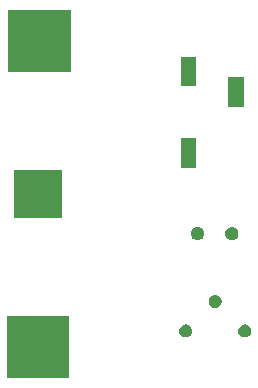
<source format=gbs>
G04 #@! TF.GenerationSoftware,KiCad,Pcbnew,5.1.0*
G04 #@! TF.CreationDate,2019-04-07T16:46:14+09:00*
G04 #@! TF.ProjectId,micro_cmos_guy,6d696372-6f5f-4636-9d6f-735f6775792e,rev?*
G04 #@! TF.SameCoordinates,Original*
G04 #@! TF.FileFunction,Soldermask,Bot*
G04 #@! TF.FilePolarity,Negative*
%FSLAX46Y46*%
G04 Gerber Fmt 4.6, Leading zero omitted, Abs format (unit mm)*
G04 Created by KiCad (PCBNEW 5.1.0) date 2019-04-07 16:46:14*
%MOMM*%
%LPD*%
G04 APERTURE LIST*
%ADD10C,0.100000*%
G04 APERTURE END LIST*
D10*
G36*
X116151000Y-116501000D02*
G01*
X110849000Y-116501000D01*
X110849000Y-111199000D01*
X116151000Y-111199000D01*
X116151000Y-116501000D01*
X116151000Y-116501000D01*
G37*
G36*
X131160721Y-111970174D02*
G01*
X131260995Y-112011709D01*
X131260996Y-112011710D01*
X131351242Y-112072010D01*
X131427990Y-112148758D01*
X131427991Y-112148760D01*
X131488291Y-112239005D01*
X131529826Y-112339279D01*
X131551000Y-112445730D01*
X131551000Y-112554270D01*
X131529826Y-112660721D01*
X131488291Y-112760995D01*
X131488290Y-112760996D01*
X131427990Y-112851242D01*
X131351242Y-112927990D01*
X131305812Y-112958345D01*
X131260995Y-112988291D01*
X131160721Y-113029826D01*
X131054270Y-113051000D01*
X130945730Y-113051000D01*
X130839279Y-113029826D01*
X130739005Y-112988291D01*
X130694188Y-112958345D01*
X130648758Y-112927990D01*
X130572010Y-112851242D01*
X130511710Y-112760996D01*
X130511709Y-112760995D01*
X130470174Y-112660721D01*
X130449000Y-112554270D01*
X130449000Y-112445730D01*
X130470174Y-112339279D01*
X130511709Y-112239005D01*
X130572009Y-112148760D01*
X130572010Y-112148758D01*
X130648758Y-112072010D01*
X130739004Y-112011710D01*
X130739005Y-112011709D01*
X130839279Y-111970174D01*
X130945730Y-111949000D01*
X131054270Y-111949000D01*
X131160721Y-111970174D01*
X131160721Y-111970174D01*
G37*
G36*
X126160721Y-111970174D02*
G01*
X126260995Y-112011709D01*
X126260996Y-112011710D01*
X126351242Y-112072010D01*
X126427990Y-112148758D01*
X126427991Y-112148760D01*
X126488291Y-112239005D01*
X126529826Y-112339279D01*
X126551000Y-112445730D01*
X126551000Y-112554270D01*
X126529826Y-112660721D01*
X126488291Y-112760995D01*
X126488290Y-112760996D01*
X126427990Y-112851242D01*
X126351242Y-112927990D01*
X126305812Y-112958345D01*
X126260995Y-112988291D01*
X126160721Y-113029826D01*
X126054270Y-113051000D01*
X125945730Y-113051000D01*
X125839279Y-113029826D01*
X125739005Y-112988291D01*
X125694188Y-112958345D01*
X125648758Y-112927990D01*
X125572010Y-112851242D01*
X125511710Y-112760996D01*
X125511709Y-112760995D01*
X125470174Y-112660721D01*
X125449000Y-112554270D01*
X125449000Y-112445730D01*
X125470174Y-112339279D01*
X125511709Y-112239005D01*
X125572009Y-112148760D01*
X125572010Y-112148758D01*
X125648758Y-112072010D01*
X125739004Y-112011710D01*
X125739005Y-112011709D01*
X125839279Y-111970174D01*
X125945730Y-111949000D01*
X126054270Y-111949000D01*
X126160721Y-111970174D01*
X126160721Y-111970174D01*
G37*
G36*
X128660721Y-109470174D02*
G01*
X128760995Y-109511709D01*
X128760996Y-109511710D01*
X128851242Y-109572010D01*
X128927990Y-109648758D01*
X128927991Y-109648760D01*
X128988291Y-109739005D01*
X129029826Y-109839279D01*
X129051000Y-109945730D01*
X129051000Y-110054270D01*
X129029826Y-110160721D01*
X128988291Y-110260995D01*
X128988290Y-110260996D01*
X128927990Y-110351242D01*
X128851242Y-110427990D01*
X128805812Y-110458345D01*
X128760995Y-110488291D01*
X128660721Y-110529826D01*
X128554270Y-110551000D01*
X128445730Y-110551000D01*
X128339279Y-110529826D01*
X128239005Y-110488291D01*
X128194188Y-110458345D01*
X128148758Y-110427990D01*
X128072010Y-110351242D01*
X128011710Y-110260996D01*
X128011709Y-110260995D01*
X127970174Y-110160721D01*
X127949000Y-110054270D01*
X127949000Y-109945730D01*
X127970174Y-109839279D01*
X128011709Y-109739005D01*
X128072009Y-109648760D01*
X128072010Y-109648758D01*
X128148758Y-109572010D01*
X128239004Y-109511710D01*
X128239005Y-109511709D01*
X128339279Y-109470174D01*
X128445730Y-109449000D01*
X128554270Y-109449000D01*
X128660721Y-109470174D01*
X128660721Y-109470174D01*
G37*
G36*
X127160721Y-103720174D02*
G01*
X127260995Y-103761709D01*
X127260996Y-103761710D01*
X127351242Y-103822010D01*
X127427990Y-103898758D01*
X127427991Y-103898760D01*
X127488291Y-103989005D01*
X127529826Y-104089279D01*
X127551000Y-104195730D01*
X127551000Y-104304270D01*
X127529826Y-104410721D01*
X127488291Y-104510995D01*
X127488290Y-104510996D01*
X127427990Y-104601242D01*
X127351242Y-104677990D01*
X127305812Y-104708345D01*
X127260995Y-104738291D01*
X127160721Y-104779826D01*
X127054270Y-104801000D01*
X126945730Y-104801000D01*
X126839279Y-104779826D01*
X126739005Y-104738291D01*
X126694188Y-104708345D01*
X126648758Y-104677990D01*
X126572010Y-104601242D01*
X126511710Y-104510996D01*
X126511709Y-104510995D01*
X126470174Y-104410721D01*
X126449000Y-104304270D01*
X126449000Y-104195730D01*
X126470174Y-104089279D01*
X126511709Y-103989005D01*
X126572009Y-103898760D01*
X126572010Y-103898758D01*
X126648758Y-103822010D01*
X126739004Y-103761710D01*
X126739005Y-103761709D01*
X126839279Y-103720174D01*
X126945730Y-103699000D01*
X127054270Y-103699000D01*
X127160721Y-103720174D01*
X127160721Y-103720174D01*
G37*
G36*
X130060721Y-103720174D02*
G01*
X130160995Y-103761709D01*
X130160996Y-103761710D01*
X130251242Y-103822010D01*
X130327990Y-103898758D01*
X130327991Y-103898760D01*
X130388291Y-103989005D01*
X130429826Y-104089279D01*
X130451000Y-104195730D01*
X130451000Y-104304270D01*
X130429826Y-104410721D01*
X130388291Y-104510995D01*
X130388290Y-104510996D01*
X130327990Y-104601242D01*
X130251242Y-104677990D01*
X130205812Y-104708345D01*
X130160995Y-104738291D01*
X130060721Y-104779826D01*
X129954270Y-104801000D01*
X129845730Y-104801000D01*
X129739279Y-104779826D01*
X129639005Y-104738291D01*
X129594188Y-104708345D01*
X129548758Y-104677990D01*
X129472010Y-104601242D01*
X129411710Y-104510996D01*
X129411709Y-104510995D01*
X129370174Y-104410721D01*
X129349000Y-104304270D01*
X129349000Y-104195730D01*
X129370174Y-104089279D01*
X129411709Y-103989005D01*
X129472009Y-103898760D01*
X129472010Y-103898758D01*
X129548758Y-103822010D01*
X129639004Y-103761710D01*
X129639005Y-103761709D01*
X129739279Y-103720174D01*
X129845730Y-103699000D01*
X129954270Y-103699000D01*
X130060721Y-103720174D01*
X130060721Y-103720174D01*
G37*
G36*
X115551000Y-102951000D02*
G01*
X111449000Y-102951000D01*
X111449000Y-98849000D01*
X115551000Y-98849000D01*
X115551000Y-102951000D01*
X115551000Y-102951000D01*
G37*
G36*
X126901000Y-98701000D02*
G01*
X125599000Y-98701000D01*
X125599000Y-96199000D01*
X126901000Y-96199000D01*
X126901000Y-98701000D01*
X126901000Y-98701000D01*
G37*
G36*
X130901000Y-93501000D02*
G01*
X129599000Y-93501000D01*
X129599000Y-90999000D01*
X130901000Y-90999000D01*
X130901000Y-93501000D01*
X130901000Y-93501000D01*
G37*
G36*
X126901000Y-91801000D02*
G01*
X125599000Y-91801000D01*
X125599000Y-89299000D01*
X126901000Y-89299000D01*
X126901000Y-91801000D01*
X126901000Y-91801000D01*
G37*
G36*
X116251000Y-90601000D02*
G01*
X110949000Y-90601000D01*
X110949000Y-85299000D01*
X116251000Y-85299000D01*
X116251000Y-90601000D01*
X116251000Y-90601000D01*
G37*
M02*

</source>
